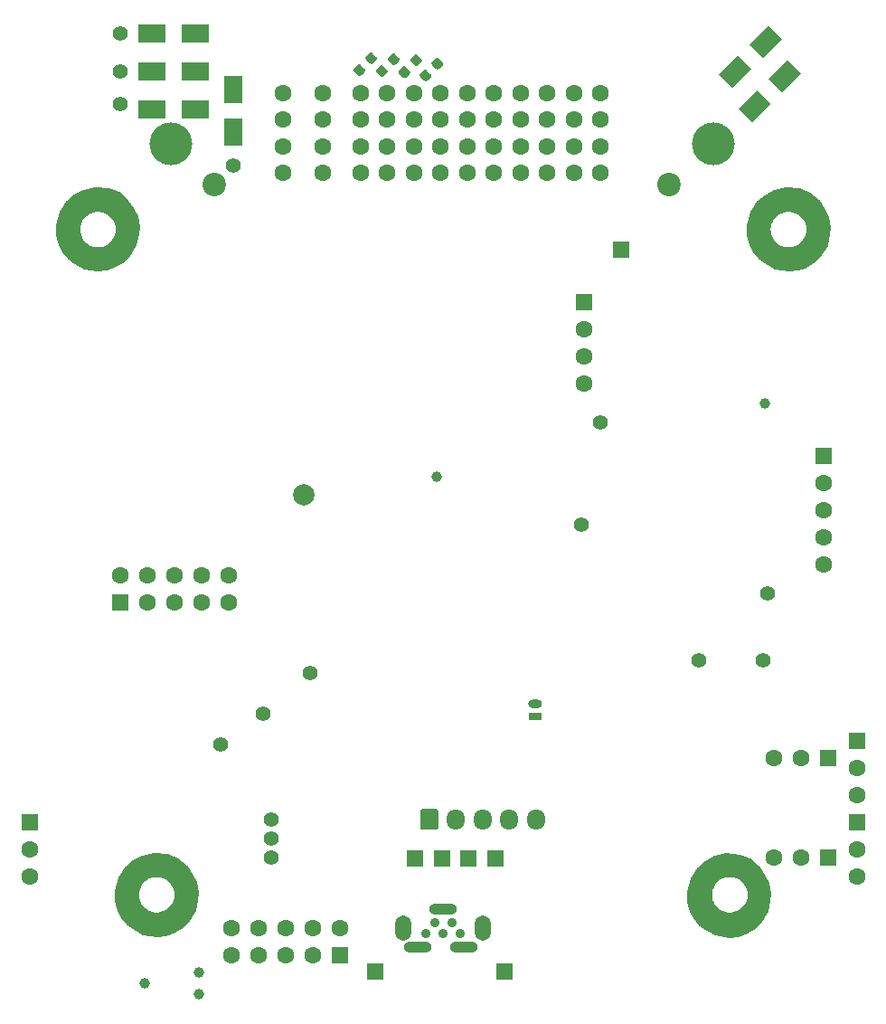
<source format=gbr>
%TF.GenerationSoftware,KiCad,Pcbnew,5.1.5+dfsg1-2build2*%
%TF.CreationDate,2021-11-11T21:07:25+01:00*%
%TF.ProjectId,micro_rusEFI,6d696372-6f5f-4727-9573-4546492e6b69,R0.5.4*%
%TF.SameCoordinates,Original*%
%TF.FileFunction,Soldermask,Bot*%
%TF.FilePolarity,Negative*%
%FSLAX46Y46*%
G04 Gerber Fmt 4.6, Leading zero omitted, Abs format (unit mm)*
G04 Created by KiCad (PCBNEW 5.1.5+dfsg1-2build2) date 2021-11-11 21:07:25*
%MOMM*%
%LPD*%
G04 APERTURE LIST*
%ADD10O,1.700152X1.950152*%
%ADD11C,0.100000*%
%ADD12O,2.616352X1.016152*%
%ADD13C,0.889152*%
%ADD14O,1.500152X2.380152*%
%ADD15C,1.400152*%
%ADD16R,2.500152X1.800152*%
%ADD17R,1.800152X2.500152*%
%ADD18C,2.000152*%
%ADD19C,0.990752*%
%ADD20C,1.000000*%
%ADD21R,1.600152X1.600152*%
%ADD22C,1.600152*%
%ADD23C,4.000152*%
%ADD24C,2.200152*%
%ADD25R,1.300152X0.800152*%
%ADD26O,1.300152X0.800152*%
%ADD27R,1.524152X1.524152*%
%ADD28C,0.254000*%
G04 APERTURE END LIST*
D10*
X69629040Y-97551240D03*
X67129040Y-97551240D03*
X64629040Y-97551240D03*
X62129040Y-97551240D03*
D11*
G36*
X60253691Y-96577367D02*
G01*
X60277951Y-96580966D01*
X60301743Y-96586926D01*
X60324835Y-96595188D01*
X60347006Y-96605674D01*
X60368043Y-96618283D01*
X60387743Y-96632894D01*
X60405916Y-96649364D01*
X60422386Y-96667537D01*
X60436997Y-96687237D01*
X60449606Y-96708274D01*
X60460092Y-96730445D01*
X60468354Y-96753537D01*
X60474314Y-96777329D01*
X60477913Y-96801589D01*
X60479116Y-96826086D01*
X60479116Y-98276394D01*
X60477913Y-98300891D01*
X60474314Y-98325151D01*
X60468354Y-98348943D01*
X60460092Y-98372035D01*
X60449606Y-98394206D01*
X60436997Y-98415243D01*
X60422386Y-98434943D01*
X60405916Y-98453116D01*
X60387743Y-98469586D01*
X60368043Y-98484197D01*
X60347006Y-98496806D01*
X60324835Y-98507292D01*
X60301743Y-98515554D01*
X60277951Y-98521514D01*
X60253691Y-98525113D01*
X60229194Y-98526316D01*
X59028886Y-98526316D01*
X59004389Y-98525113D01*
X58980129Y-98521514D01*
X58956337Y-98515554D01*
X58933245Y-98507292D01*
X58911074Y-98496806D01*
X58890037Y-98484197D01*
X58870337Y-98469586D01*
X58852164Y-98453116D01*
X58835694Y-98434943D01*
X58821083Y-98415243D01*
X58808474Y-98394206D01*
X58797988Y-98372035D01*
X58789726Y-98348943D01*
X58783766Y-98325151D01*
X58780167Y-98300891D01*
X58778964Y-98276394D01*
X58778964Y-96826086D01*
X58780167Y-96801589D01*
X58783766Y-96777329D01*
X58789726Y-96753537D01*
X58797988Y-96730445D01*
X58808474Y-96708274D01*
X58821083Y-96687237D01*
X58835694Y-96667537D01*
X58852164Y-96649364D01*
X58870337Y-96632894D01*
X58890037Y-96618283D01*
X58911074Y-96605674D01*
X58933245Y-96595188D01*
X58956337Y-96586926D01*
X58980129Y-96580966D01*
X59004389Y-96577367D01*
X59028886Y-96576164D01*
X60229194Y-96576164D01*
X60253691Y-96577367D01*
G37*
D12*
X58534600Y-109471400D03*
X62834600Y-109471400D03*
X60934600Y-105971400D03*
D13*
X59334600Y-108221400D03*
X60134600Y-107221400D03*
X60934600Y-108221400D03*
X61734600Y-107221400D03*
X62534600Y-108221400D03*
D14*
X57234600Y-107721400D03*
X64634600Y-107721400D03*
D15*
X91350000Y-76400000D03*
X75650000Y-60400000D03*
D11*
G36*
X60394928Y-26246337D02*
G01*
X60416166Y-26249487D01*
X60436994Y-26254704D01*
X60457210Y-26261937D01*
X60476619Y-26271117D01*
X60495035Y-26282155D01*
X60512281Y-26294946D01*
X60528189Y-26309365D01*
X60890635Y-26671811D01*
X60905054Y-26687719D01*
X60917845Y-26704965D01*
X60928883Y-26723381D01*
X60938063Y-26742790D01*
X60945296Y-26763006D01*
X60950513Y-26783834D01*
X60953663Y-26805072D01*
X60954717Y-26826517D01*
X60953663Y-26847962D01*
X60950513Y-26869200D01*
X60945296Y-26890028D01*
X60938063Y-26910244D01*
X60928883Y-26929653D01*
X60917845Y-26948069D01*
X60905054Y-26965315D01*
X60890635Y-26981223D01*
X60581223Y-27290635D01*
X60565315Y-27305054D01*
X60548069Y-27317845D01*
X60529653Y-27328883D01*
X60510244Y-27338063D01*
X60490028Y-27345296D01*
X60469200Y-27350513D01*
X60447962Y-27353663D01*
X60426517Y-27354717D01*
X60405072Y-27353663D01*
X60383834Y-27350513D01*
X60363006Y-27345296D01*
X60342790Y-27338063D01*
X60323381Y-27328883D01*
X60304965Y-27317845D01*
X60287719Y-27305054D01*
X60271811Y-27290635D01*
X59909365Y-26928189D01*
X59894946Y-26912281D01*
X59882155Y-26895035D01*
X59871117Y-26876619D01*
X59861937Y-26857210D01*
X59854704Y-26836994D01*
X59849487Y-26816166D01*
X59846337Y-26794928D01*
X59845283Y-26773483D01*
X59846337Y-26752038D01*
X59849487Y-26730800D01*
X59854704Y-26709972D01*
X59861937Y-26689756D01*
X59871117Y-26670347D01*
X59882155Y-26651931D01*
X59894946Y-26634685D01*
X59909365Y-26618777D01*
X60218777Y-26309365D01*
X60234685Y-26294946D01*
X60251931Y-26282155D01*
X60270347Y-26271117D01*
X60289756Y-26261937D01*
X60309972Y-26254704D01*
X60330800Y-26249487D01*
X60352038Y-26246337D01*
X60373483Y-26245283D01*
X60394928Y-26246337D01*
G37*
G36*
X59281234Y-27360031D02*
G01*
X59302472Y-27363181D01*
X59323300Y-27368398D01*
X59343516Y-27375631D01*
X59362925Y-27384811D01*
X59381341Y-27395849D01*
X59398587Y-27408640D01*
X59414495Y-27423059D01*
X59776941Y-27785505D01*
X59791360Y-27801413D01*
X59804151Y-27818659D01*
X59815189Y-27837075D01*
X59824369Y-27856484D01*
X59831602Y-27876700D01*
X59836819Y-27897528D01*
X59839969Y-27918766D01*
X59841023Y-27940211D01*
X59839969Y-27961656D01*
X59836819Y-27982894D01*
X59831602Y-28003722D01*
X59824369Y-28023938D01*
X59815189Y-28043347D01*
X59804151Y-28061763D01*
X59791360Y-28079009D01*
X59776941Y-28094917D01*
X59467529Y-28404329D01*
X59451621Y-28418748D01*
X59434375Y-28431539D01*
X59415959Y-28442577D01*
X59396550Y-28451757D01*
X59376334Y-28458990D01*
X59355506Y-28464207D01*
X59334268Y-28467357D01*
X59312823Y-28468411D01*
X59291378Y-28467357D01*
X59270140Y-28464207D01*
X59249312Y-28458990D01*
X59229096Y-28451757D01*
X59209687Y-28442577D01*
X59191271Y-28431539D01*
X59174025Y-28418748D01*
X59158117Y-28404329D01*
X58795671Y-28041883D01*
X58781252Y-28025975D01*
X58768461Y-28008729D01*
X58757423Y-27990313D01*
X58748243Y-27970904D01*
X58741010Y-27950688D01*
X58735793Y-27929860D01*
X58732643Y-27908622D01*
X58731589Y-27887177D01*
X58732643Y-27865732D01*
X58735793Y-27844494D01*
X58741010Y-27823666D01*
X58748243Y-27803450D01*
X58757423Y-27784041D01*
X58768461Y-27765625D01*
X58781252Y-27748379D01*
X58795671Y-27732471D01*
X59105083Y-27423059D01*
X59120991Y-27408640D01*
X59138237Y-27395849D01*
X59156653Y-27384811D01*
X59176062Y-27375631D01*
X59196278Y-27368398D01*
X59217106Y-27363181D01*
X59238344Y-27360031D01*
X59259789Y-27358977D01*
X59281234Y-27360031D01*
G37*
G36*
X58394928Y-25946337D02*
G01*
X58416166Y-25949487D01*
X58436994Y-25954704D01*
X58457210Y-25961937D01*
X58476619Y-25971117D01*
X58495035Y-25982155D01*
X58512281Y-25994946D01*
X58528189Y-26009365D01*
X58890635Y-26371811D01*
X58905054Y-26387719D01*
X58917845Y-26404965D01*
X58928883Y-26423381D01*
X58938063Y-26442790D01*
X58945296Y-26463006D01*
X58950513Y-26483834D01*
X58953663Y-26505072D01*
X58954717Y-26526517D01*
X58953663Y-26547962D01*
X58950513Y-26569200D01*
X58945296Y-26590028D01*
X58938063Y-26610244D01*
X58928883Y-26629653D01*
X58917845Y-26648069D01*
X58905054Y-26665315D01*
X58890635Y-26681223D01*
X58581223Y-26990635D01*
X58565315Y-27005054D01*
X58548069Y-27017845D01*
X58529653Y-27028883D01*
X58510244Y-27038063D01*
X58490028Y-27045296D01*
X58469200Y-27050513D01*
X58447962Y-27053663D01*
X58426517Y-27054717D01*
X58405072Y-27053663D01*
X58383834Y-27050513D01*
X58363006Y-27045296D01*
X58342790Y-27038063D01*
X58323381Y-27028883D01*
X58304965Y-27017845D01*
X58287719Y-27005054D01*
X58271811Y-26990635D01*
X57909365Y-26628189D01*
X57894946Y-26612281D01*
X57882155Y-26595035D01*
X57871117Y-26576619D01*
X57861937Y-26557210D01*
X57854704Y-26536994D01*
X57849487Y-26516166D01*
X57846337Y-26494928D01*
X57845283Y-26473483D01*
X57846337Y-26452038D01*
X57849487Y-26430800D01*
X57854704Y-26409972D01*
X57861937Y-26389756D01*
X57871117Y-26370347D01*
X57882155Y-26351931D01*
X57894946Y-26334685D01*
X57909365Y-26318777D01*
X58218777Y-26009365D01*
X58234685Y-25994946D01*
X58251931Y-25982155D01*
X58270347Y-25971117D01*
X58289756Y-25961937D01*
X58309972Y-25954704D01*
X58330800Y-25949487D01*
X58352038Y-25946337D01*
X58373483Y-25945283D01*
X58394928Y-25946337D01*
G37*
G36*
X57281234Y-27060031D02*
G01*
X57302472Y-27063181D01*
X57323300Y-27068398D01*
X57343516Y-27075631D01*
X57362925Y-27084811D01*
X57381341Y-27095849D01*
X57398587Y-27108640D01*
X57414495Y-27123059D01*
X57776941Y-27485505D01*
X57791360Y-27501413D01*
X57804151Y-27518659D01*
X57815189Y-27537075D01*
X57824369Y-27556484D01*
X57831602Y-27576700D01*
X57836819Y-27597528D01*
X57839969Y-27618766D01*
X57841023Y-27640211D01*
X57839969Y-27661656D01*
X57836819Y-27682894D01*
X57831602Y-27703722D01*
X57824369Y-27723938D01*
X57815189Y-27743347D01*
X57804151Y-27761763D01*
X57791360Y-27779009D01*
X57776941Y-27794917D01*
X57467529Y-28104329D01*
X57451621Y-28118748D01*
X57434375Y-28131539D01*
X57415959Y-28142577D01*
X57396550Y-28151757D01*
X57376334Y-28158990D01*
X57355506Y-28164207D01*
X57334268Y-28167357D01*
X57312823Y-28168411D01*
X57291378Y-28167357D01*
X57270140Y-28164207D01*
X57249312Y-28158990D01*
X57229096Y-28151757D01*
X57209687Y-28142577D01*
X57191271Y-28131539D01*
X57174025Y-28118748D01*
X57158117Y-28104329D01*
X56795671Y-27741883D01*
X56781252Y-27725975D01*
X56768461Y-27708729D01*
X56757423Y-27690313D01*
X56748243Y-27670904D01*
X56741010Y-27650688D01*
X56735793Y-27629860D01*
X56732643Y-27608622D01*
X56731589Y-27587177D01*
X56732643Y-27565732D01*
X56735793Y-27544494D01*
X56741010Y-27523666D01*
X56748243Y-27503450D01*
X56757423Y-27484041D01*
X56768461Y-27465625D01*
X56781252Y-27448379D01*
X56795671Y-27432471D01*
X57105083Y-27123059D01*
X57120991Y-27108640D01*
X57138237Y-27095849D01*
X57156653Y-27084811D01*
X57176062Y-27075631D01*
X57196278Y-27068398D01*
X57217106Y-27063181D01*
X57238344Y-27060031D01*
X57259789Y-27058977D01*
X57281234Y-27060031D01*
G37*
G36*
X54194928Y-25746337D02*
G01*
X54216166Y-25749487D01*
X54236994Y-25754704D01*
X54257210Y-25761937D01*
X54276619Y-25771117D01*
X54295035Y-25782155D01*
X54312281Y-25794946D01*
X54328189Y-25809365D01*
X54690635Y-26171811D01*
X54705054Y-26187719D01*
X54717845Y-26204965D01*
X54728883Y-26223381D01*
X54738063Y-26242790D01*
X54745296Y-26263006D01*
X54750513Y-26283834D01*
X54753663Y-26305072D01*
X54754717Y-26326517D01*
X54753663Y-26347962D01*
X54750513Y-26369200D01*
X54745296Y-26390028D01*
X54738063Y-26410244D01*
X54728883Y-26429653D01*
X54717845Y-26448069D01*
X54705054Y-26465315D01*
X54690635Y-26481223D01*
X54381223Y-26790635D01*
X54365315Y-26805054D01*
X54348069Y-26817845D01*
X54329653Y-26828883D01*
X54310244Y-26838063D01*
X54290028Y-26845296D01*
X54269200Y-26850513D01*
X54247962Y-26853663D01*
X54226517Y-26854717D01*
X54205072Y-26853663D01*
X54183834Y-26850513D01*
X54163006Y-26845296D01*
X54142790Y-26838063D01*
X54123381Y-26828883D01*
X54104965Y-26817845D01*
X54087719Y-26805054D01*
X54071811Y-26790635D01*
X53709365Y-26428189D01*
X53694946Y-26412281D01*
X53682155Y-26395035D01*
X53671117Y-26376619D01*
X53661937Y-26357210D01*
X53654704Y-26336994D01*
X53649487Y-26316166D01*
X53646337Y-26294928D01*
X53645283Y-26273483D01*
X53646337Y-26252038D01*
X53649487Y-26230800D01*
X53654704Y-26209972D01*
X53661937Y-26189756D01*
X53671117Y-26170347D01*
X53682155Y-26151931D01*
X53694946Y-26134685D01*
X53709365Y-26118777D01*
X54018777Y-25809365D01*
X54034685Y-25794946D01*
X54051931Y-25782155D01*
X54070347Y-25771117D01*
X54089756Y-25761937D01*
X54109972Y-25754704D01*
X54130800Y-25749487D01*
X54152038Y-25746337D01*
X54173483Y-25745283D01*
X54194928Y-25746337D01*
G37*
G36*
X53081234Y-26860031D02*
G01*
X53102472Y-26863181D01*
X53123300Y-26868398D01*
X53143516Y-26875631D01*
X53162925Y-26884811D01*
X53181341Y-26895849D01*
X53198587Y-26908640D01*
X53214495Y-26923059D01*
X53576941Y-27285505D01*
X53591360Y-27301413D01*
X53604151Y-27318659D01*
X53615189Y-27337075D01*
X53624369Y-27356484D01*
X53631602Y-27376700D01*
X53636819Y-27397528D01*
X53639969Y-27418766D01*
X53641023Y-27440211D01*
X53639969Y-27461656D01*
X53636819Y-27482894D01*
X53631602Y-27503722D01*
X53624369Y-27523938D01*
X53615189Y-27543347D01*
X53604151Y-27561763D01*
X53591360Y-27579009D01*
X53576941Y-27594917D01*
X53267529Y-27904329D01*
X53251621Y-27918748D01*
X53234375Y-27931539D01*
X53215959Y-27942577D01*
X53196550Y-27951757D01*
X53176334Y-27958990D01*
X53155506Y-27964207D01*
X53134268Y-27967357D01*
X53112823Y-27968411D01*
X53091378Y-27967357D01*
X53070140Y-27964207D01*
X53049312Y-27958990D01*
X53029096Y-27951757D01*
X53009687Y-27942577D01*
X52991271Y-27931539D01*
X52974025Y-27918748D01*
X52958117Y-27904329D01*
X52595671Y-27541883D01*
X52581252Y-27525975D01*
X52568461Y-27508729D01*
X52557423Y-27490313D01*
X52548243Y-27470904D01*
X52541010Y-27450688D01*
X52535793Y-27429860D01*
X52532643Y-27408622D01*
X52531589Y-27387177D01*
X52532643Y-27365732D01*
X52535793Y-27344494D01*
X52541010Y-27323666D01*
X52548243Y-27303450D01*
X52557423Y-27284041D01*
X52568461Y-27265625D01*
X52581252Y-27248379D01*
X52595671Y-27232471D01*
X52905083Y-26923059D01*
X52920991Y-26908640D01*
X52938237Y-26895849D01*
X52956653Y-26884811D01*
X52976062Y-26875631D01*
X52996278Y-26868398D01*
X53017106Y-26863181D01*
X53038344Y-26860031D01*
X53059789Y-26858977D01*
X53081234Y-26860031D01*
G37*
G36*
X56294928Y-25846337D02*
G01*
X56316166Y-25849487D01*
X56336994Y-25854704D01*
X56357210Y-25861937D01*
X56376619Y-25871117D01*
X56395035Y-25882155D01*
X56412281Y-25894946D01*
X56428189Y-25909365D01*
X56790635Y-26271811D01*
X56805054Y-26287719D01*
X56817845Y-26304965D01*
X56828883Y-26323381D01*
X56838063Y-26342790D01*
X56845296Y-26363006D01*
X56850513Y-26383834D01*
X56853663Y-26405072D01*
X56854717Y-26426517D01*
X56853663Y-26447962D01*
X56850513Y-26469200D01*
X56845296Y-26490028D01*
X56838063Y-26510244D01*
X56828883Y-26529653D01*
X56817845Y-26548069D01*
X56805054Y-26565315D01*
X56790635Y-26581223D01*
X56481223Y-26890635D01*
X56465315Y-26905054D01*
X56448069Y-26917845D01*
X56429653Y-26928883D01*
X56410244Y-26938063D01*
X56390028Y-26945296D01*
X56369200Y-26950513D01*
X56347962Y-26953663D01*
X56326517Y-26954717D01*
X56305072Y-26953663D01*
X56283834Y-26950513D01*
X56263006Y-26945296D01*
X56242790Y-26938063D01*
X56223381Y-26928883D01*
X56204965Y-26917845D01*
X56187719Y-26905054D01*
X56171811Y-26890635D01*
X55809365Y-26528189D01*
X55794946Y-26512281D01*
X55782155Y-26495035D01*
X55771117Y-26476619D01*
X55761937Y-26457210D01*
X55754704Y-26436994D01*
X55749487Y-26416166D01*
X55746337Y-26394928D01*
X55745283Y-26373483D01*
X55746337Y-26352038D01*
X55749487Y-26330800D01*
X55754704Y-26309972D01*
X55761937Y-26289756D01*
X55771117Y-26270347D01*
X55782155Y-26251931D01*
X55794946Y-26234685D01*
X55809365Y-26218777D01*
X56118777Y-25909365D01*
X56134685Y-25894946D01*
X56151931Y-25882155D01*
X56170347Y-25871117D01*
X56189756Y-25861937D01*
X56209972Y-25854704D01*
X56230800Y-25849487D01*
X56252038Y-25846337D01*
X56273483Y-25845283D01*
X56294928Y-25846337D01*
G37*
G36*
X55181234Y-26960031D02*
G01*
X55202472Y-26963181D01*
X55223300Y-26968398D01*
X55243516Y-26975631D01*
X55262925Y-26984811D01*
X55281341Y-26995849D01*
X55298587Y-27008640D01*
X55314495Y-27023059D01*
X55676941Y-27385505D01*
X55691360Y-27401413D01*
X55704151Y-27418659D01*
X55715189Y-27437075D01*
X55724369Y-27456484D01*
X55731602Y-27476700D01*
X55736819Y-27497528D01*
X55739969Y-27518766D01*
X55741023Y-27540211D01*
X55739969Y-27561656D01*
X55736819Y-27582894D01*
X55731602Y-27603722D01*
X55724369Y-27623938D01*
X55715189Y-27643347D01*
X55704151Y-27661763D01*
X55691360Y-27679009D01*
X55676941Y-27694917D01*
X55367529Y-28004329D01*
X55351621Y-28018748D01*
X55334375Y-28031539D01*
X55315959Y-28042577D01*
X55296550Y-28051757D01*
X55276334Y-28058990D01*
X55255506Y-28064207D01*
X55234268Y-28067357D01*
X55212823Y-28068411D01*
X55191378Y-28067357D01*
X55170140Y-28064207D01*
X55149312Y-28058990D01*
X55129096Y-28051757D01*
X55109687Y-28042577D01*
X55091271Y-28031539D01*
X55074025Y-28018748D01*
X55058117Y-28004329D01*
X54695671Y-27641883D01*
X54681252Y-27625975D01*
X54668461Y-27608729D01*
X54657423Y-27590313D01*
X54648243Y-27570904D01*
X54641010Y-27550688D01*
X54635793Y-27529860D01*
X54632643Y-27508622D01*
X54631589Y-27487177D01*
X54632643Y-27465732D01*
X54635793Y-27444494D01*
X54641010Y-27423666D01*
X54648243Y-27403450D01*
X54657423Y-27384041D01*
X54668461Y-27365625D01*
X54681252Y-27348379D01*
X54695671Y-27332471D01*
X55005083Y-27023059D01*
X55020991Y-27008640D01*
X55038237Y-26995849D01*
X55056653Y-26984811D01*
X55076062Y-26975631D01*
X55096278Y-26968398D01*
X55117106Y-26963181D01*
X55138344Y-26960031D01*
X55159789Y-26958977D01*
X55181234Y-26960031D01*
G37*
D15*
X30734000Y-27559000D03*
X30734000Y-24003000D03*
D16*
X33687000Y-24003000D03*
X37687000Y-24003000D03*
X33687000Y-27559000D03*
X37687000Y-27559000D03*
D15*
X30734000Y-30607000D03*
X41275000Y-36322000D03*
D17*
X41275000Y-33242000D03*
X41275000Y-29242000D03*
D16*
X33687000Y-31115000D03*
X37687000Y-31115000D03*
D18*
X47879000Y-67183000D03*
D19*
X38100000Y-111887000D03*
X38100000Y-113919000D03*
X33020000Y-112903000D03*
D11*
G36*
X90347487Y-29279613D02*
G01*
X91620387Y-30552513D01*
X89852513Y-32320387D01*
X88579613Y-31047487D01*
X90347487Y-29279613D01*
G37*
G36*
X93175915Y-26451185D02*
G01*
X94448815Y-27724085D01*
X92680941Y-29491959D01*
X91408041Y-28219059D01*
X93175915Y-26451185D01*
G37*
G36*
X88546073Y-26055827D02*
G01*
X89818973Y-27328727D01*
X88051099Y-29096601D01*
X86778199Y-27823701D01*
X88546073Y-26055827D01*
G37*
G36*
X91374501Y-23227399D02*
G01*
X92647401Y-24500299D01*
X90879527Y-26268173D01*
X89606627Y-24995273D01*
X91374501Y-23227399D01*
G37*
D20*
X91084400Y-58648600D03*
X60350000Y-65450000D03*
D21*
X58311000Y-101240000D03*
X60811000Y-101240000D03*
D15*
X73900400Y-69999260D03*
X48475000Y-83819400D03*
X44792000Y-101091400D03*
X44792000Y-99313400D03*
X44792000Y-97535400D03*
X40093000Y-90550400D03*
X44030000Y-87629400D03*
D22*
X48698520Y-107718260D03*
X46158520Y-107718260D03*
X41078520Y-107718260D03*
X41078520Y-110258260D03*
X46158520Y-110258260D03*
X43618520Y-110258260D03*
X48698520Y-110258260D03*
X43618520Y-107718260D03*
X51238520Y-107718260D03*
D21*
X51238520Y-110258260D03*
D22*
X75674200Y-29567600D03*
X75674200Y-32067600D03*
X75674200Y-34567600D03*
X75674200Y-37067600D03*
X73174200Y-29567600D03*
X73174200Y-32067600D03*
X73174200Y-34567600D03*
X73174200Y-37067600D03*
X70674200Y-29567600D03*
X70674200Y-32067600D03*
X70674200Y-34567600D03*
X70674200Y-37067600D03*
X68174200Y-29567600D03*
X68174200Y-32067600D03*
X68174200Y-34567600D03*
X68174200Y-37067600D03*
X65674200Y-29567600D03*
X65674200Y-32067600D03*
X65674200Y-34567600D03*
X65674200Y-37067600D03*
X63174200Y-29567600D03*
X63174200Y-32067600D03*
X63174200Y-34567600D03*
X63174200Y-37067600D03*
X60674200Y-29567600D03*
X60674200Y-32067600D03*
X60674200Y-34567600D03*
X60674200Y-37067600D03*
X58174200Y-29567600D03*
X58174200Y-32067600D03*
X58174200Y-34567600D03*
X58174200Y-37067600D03*
X55674200Y-29567600D03*
X55674200Y-32067600D03*
X55674200Y-34567600D03*
X55674200Y-37067600D03*
X53174200Y-29567600D03*
X53174200Y-32067600D03*
X53174200Y-34567600D03*
X53174200Y-37067600D03*
X49674200Y-29567600D03*
X49674200Y-32067600D03*
X49674200Y-34567600D03*
X49674200Y-37067600D03*
X45974200Y-29567600D03*
X45974200Y-32067600D03*
X45974200Y-34567600D03*
X45974200Y-37067600D03*
D23*
X35424200Y-34317600D03*
X86224200Y-34317600D03*
D24*
X39524200Y-38167600D03*
X82124200Y-38167600D03*
D21*
X22211400Y-97789400D03*
D22*
X22211400Y-100329400D03*
X22211400Y-102869400D03*
D21*
X54596400Y-111759400D03*
X66661400Y-111759400D03*
X99681400Y-97789400D03*
D22*
X99681400Y-100329400D03*
X99681400Y-102869400D03*
D21*
X99681400Y-90169400D03*
D22*
X99681400Y-92709400D03*
X99681400Y-95249400D03*
D21*
X97014400Y-101091400D03*
D22*
X94474400Y-101091400D03*
X91934400Y-101091400D03*
D21*
X97014400Y-91820400D03*
D22*
X94474400Y-91820400D03*
X91934400Y-91820400D03*
D21*
X96525450Y-63499400D03*
D22*
X96525450Y-66039400D03*
X96525450Y-68579400D03*
X96525450Y-71119400D03*
X96525450Y-73659400D03*
D21*
X30733100Y-77215400D03*
D22*
X33273100Y-77215400D03*
X35813100Y-77215400D03*
X38353100Y-77215400D03*
X40893100Y-77215400D03*
X30733100Y-74675400D03*
X33273100Y-74675400D03*
X35813100Y-74675400D03*
X38353100Y-74675400D03*
X40893100Y-74675400D03*
D25*
X69557000Y-87934200D03*
D26*
X69557000Y-86689600D03*
D21*
X77558000Y-44246200D03*
D22*
X74103600Y-54225809D03*
X74103600Y-51685809D03*
X74103600Y-56765809D03*
D21*
X74103600Y-49145809D03*
D27*
X63311000Y-101240000D03*
X65811000Y-101240000D03*
D15*
X84851000Y-82651000D03*
X90851000Y-82651000D03*
D28*
G36*
X94312231Y-38561406D02*
G01*
X95199053Y-38953257D01*
X96027416Y-39665991D01*
X96519370Y-40342429D01*
X96889068Y-41143441D01*
X97090185Y-42107310D01*
X97029363Y-42715536D01*
X96799219Y-43766505D01*
X96229245Y-44683621D01*
X95554189Y-45363118D01*
X94751640Y-45795260D01*
X94141995Y-46039118D01*
X93223255Y-46100367D01*
X91991250Y-45915567D01*
X91021466Y-45343642D01*
X90577533Y-44994243D01*
X90085289Y-44378938D01*
X89734195Y-43748715D01*
X89489109Y-42890915D01*
X89489109Y-42301200D01*
X91439099Y-42301200D01*
X91459100Y-42568090D01*
X91518655Y-42829018D01*
X91616434Y-43078156D01*
X91750253Y-43309937D01*
X91917123Y-43519185D01*
X92113316Y-43701226D01*
X92334449Y-43851992D01*
X92575583Y-43968116D01*
X92831331Y-44047003D01*
X93095980Y-44086893D01*
X93363618Y-44086893D01*
X93628267Y-44047003D01*
X93884015Y-43968116D01*
X94125149Y-43851992D01*
X94346282Y-43701226D01*
X94542475Y-43519185D01*
X94709345Y-43309937D01*
X94843164Y-43078156D01*
X94940943Y-42829018D01*
X95000498Y-42568090D01*
X95020499Y-42301200D01*
X95000498Y-42034310D01*
X94940943Y-41773382D01*
X94843164Y-41524244D01*
X94709345Y-41292463D01*
X94542475Y-41083215D01*
X94346282Y-40901174D01*
X94125149Y-40750408D01*
X93884015Y-40634284D01*
X93628267Y-40555397D01*
X93363618Y-40515507D01*
X93095980Y-40515507D01*
X92831331Y-40555397D01*
X92575583Y-40634284D01*
X92334449Y-40750408D01*
X92113316Y-40901174D01*
X91917123Y-41083215D01*
X91750253Y-41292463D01*
X91616434Y-41524244D01*
X91518655Y-41773382D01*
X91459100Y-42034310D01*
X91439099Y-42301200D01*
X89489109Y-42301200D01*
X89489109Y-41908338D01*
X89797578Y-40674461D01*
X90409652Y-39744108D01*
X91084711Y-39204062D01*
X91949127Y-38710109D01*
X92991753Y-38464785D01*
X94312231Y-38561406D01*
G37*
X94312231Y-38561406D02*
X95199053Y-38953257D01*
X96027416Y-39665991D01*
X96519370Y-40342429D01*
X96889068Y-41143441D01*
X97090185Y-42107310D01*
X97029363Y-42715536D01*
X96799219Y-43766505D01*
X96229245Y-44683621D01*
X95554189Y-45363118D01*
X94751640Y-45795260D01*
X94141995Y-46039118D01*
X93223255Y-46100367D01*
X91991250Y-45915567D01*
X91021466Y-45343642D01*
X90577533Y-44994243D01*
X90085289Y-44378938D01*
X89734195Y-43748715D01*
X89489109Y-42890915D01*
X89489109Y-42301200D01*
X91439099Y-42301200D01*
X91459100Y-42568090D01*
X91518655Y-42829018D01*
X91616434Y-43078156D01*
X91750253Y-43309937D01*
X91917123Y-43519185D01*
X92113316Y-43701226D01*
X92334449Y-43851992D01*
X92575583Y-43968116D01*
X92831331Y-44047003D01*
X93095980Y-44086893D01*
X93363618Y-44086893D01*
X93628267Y-44047003D01*
X93884015Y-43968116D01*
X94125149Y-43851992D01*
X94346282Y-43701226D01*
X94542475Y-43519185D01*
X94709345Y-43309937D01*
X94843164Y-43078156D01*
X94940943Y-42829018D01*
X95000498Y-42568090D01*
X95020499Y-42301200D01*
X95000498Y-42034310D01*
X94940943Y-41773382D01*
X94843164Y-41524244D01*
X94709345Y-41292463D01*
X94542475Y-41083215D01*
X94346282Y-40901174D01*
X94125149Y-40750408D01*
X93884015Y-40634284D01*
X93628267Y-40555397D01*
X93363618Y-40515507D01*
X93095980Y-40515507D01*
X92831331Y-40555397D01*
X92575583Y-40634284D01*
X92334449Y-40750408D01*
X92113316Y-40901174D01*
X91917123Y-41083215D01*
X91750253Y-41292463D01*
X91616434Y-41524244D01*
X91518655Y-41773382D01*
X91459100Y-42034310D01*
X91439099Y-42301200D01*
X89489109Y-42301200D01*
X89489109Y-41908338D01*
X89797578Y-40674461D01*
X90409652Y-39744108D01*
X91084711Y-39204062D01*
X91949127Y-38710109D01*
X92991753Y-38464785D01*
X94312231Y-38561406D01*
G36*
X29604502Y-38536498D02*
G01*
X30491324Y-38928349D01*
X31319687Y-39641083D01*
X31811641Y-40317521D01*
X32181339Y-41118533D01*
X32382456Y-42082402D01*
X32321634Y-42690628D01*
X32091490Y-43741597D01*
X31521516Y-44658713D01*
X30846460Y-45338210D01*
X30043911Y-45770352D01*
X29434266Y-46014210D01*
X28515526Y-46075459D01*
X27283521Y-45890659D01*
X26313737Y-45318734D01*
X25869804Y-44969335D01*
X25377560Y-44354030D01*
X25026466Y-43723807D01*
X24781380Y-42866007D01*
X24781380Y-42301200D01*
X26770701Y-42301200D01*
X26790702Y-42568090D01*
X26850257Y-42829018D01*
X26948036Y-43078156D01*
X27081855Y-43309937D01*
X27248725Y-43519185D01*
X27444918Y-43701226D01*
X27666051Y-43851992D01*
X27907185Y-43968116D01*
X28162933Y-44047003D01*
X28427582Y-44086893D01*
X28695220Y-44086893D01*
X28959869Y-44047003D01*
X29215617Y-43968116D01*
X29456751Y-43851992D01*
X29677884Y-43701226D01*
X29874077Y-43519185D01*
X30040947Y-43309937D01*
X30174766Y-43078156D01*
X30272545Y-42829018D01*
X30332100Y-42568090D01*
X30352101Y-42301200D01*
X30332100Y-42034310D01*
X30272545Y-41773382D01*
X30174766Y-41524244D01*
X30040947Y-41292463D01*
X29874077Y-41083215D01*
X29677884Y-40901174D01*
X29456751Y-40750408D01*
X29215617Y-40634284D01*
X28959869Y-40555397D01*
X28695220Y-40515507D01*
X28427582Y-40515507D01*
X28162933Y-40555397D01*
X27907185Y-40634284D01*
X27666051Y-40750408D01*
X27444918Y-40901174D01*
X27248725Y-41083215D01*
X27081855Y-41292463D01*
X26948036Y-41524244D01*
X26850257Y-41773382D01*
X26790702Y-42034310D01*
X26770701Y-42301200D01*
X24781380Y-42301200D01*
X24781380Y-41883430D01*
X25089849Y-40649553D01*
X25701923Y-39719200D01*
X26376982Y-39179154D01*
X27241398Y-38685201D01*
X28284024Y-38439877D01*
X29604502Y-38536498D01*
G37*
X29604502Y-38536498D02*
X30491324Y-38928349D01*
X31319687Y-39641083D01*
X31811641Y-40317521D01*
X32181339Y-41118533D01*
X32382456Y-42082402D01*
X32321634Y-42690628D01*
X32091490Y-43741597D01*
X31521516Y-44658713D01*
X30846460Y-45338210D01*
X30043911Y-45770352D01*
X29434266Y-46014210D01*
X28515526Y-46075459D01*
X27283521Y-45890659D01*
X26313737Y-45318734D01*
X25869804Y-44969335D01*
X25377560Y-44354030D01*
X25026466Y-43723807D01*
X24781380Y-42866007D01*
X24781380Y-42301200D01*
X26770701Y-42301200D01*
X26790702Y-42568090D01*
X26850257Y-42829018D01*
X26948036Y-43078156D01*
X27081855Y-43309937D01*
X27248725Y-43519185D01*
X27444918Y-43701226D01*
X27666051Y-43851992D01*
X27907185Y-43968116D01*
X28162933Y-44047003D01*
X28427582Y-44086893D01*
X28695220Y-44086893D01*
X28959869Y-44047003D01*
X29215617Y-43968116D01*
X29456751Y-43851992D01*
X29677884Y-43701226D01*
X29874077Y-43519185D01*
X30040947Y-43309937D01*
X30174766Y-43078156D01*
X30272545Y-42829018D01*
X30332100Y-42568090D01*
X30352101Y-42301200D01*
X30332100Y-42034310D01*
X30272545Y-41773382D01*
X30174766Y-41524244D01*
X30040947Y-41292463D01*
X29874077Y-41083215D01*
X29677884Y-40901174D01*
X29456751Y-40750408D01*
X29215617Y-40634284D01*
X28959869Y-40555397D01*
X28695220Y-40515507D01*
X28427582Y-40515507D01*
X28162933Y-40555397D01*
X27907185Y-40634284D01*
X27666051Y-40750408D01*
X27444918Y-40901174D01*
X27248725Y-41083215D01*
X27081855Y-41292463D01*
X26948036Y-41524244D01*
X26850257Y-41773382D01*
X26790702Y-42034310D01*
X26770701Y-42301200D01*
X24781380Y-42301200D01*
X24781380Y-41883430D01*
X25089849Y-40649553D01*
X25701923Y-39719200D01*
X26376982Y-39179154D01*
X27241398Y-38685201D01*
X28284024Y-38439877D01*
X29604502Y-38536498D01*
G36*
X35130231Y-100854906D02*
G01*
X36017053Y-101246757D01*
X36845416Y-101959491D01*
X37337370Y-102635929D01*
X37707068Y-103436941D01*
X37908185Y-104400810D01*
X37847363Y-105009036D01*
X37617219Y-106060005D01*
X37047245Y-106977121D01*
X36372189Y-107656618D01*
X35569640Y-108088760D01*
X34959995Y-108332618D01*
X34041255Y-108393867D01*
X32809250Y-108209067D01*
X31839466Y-107637142D01*
X31395533Y-107287743D01*
X30903289Y-106672438D01*
X30552195Y-106042215D01*
X30307109Y-105184415D01*
X30307109Y-104569300D01*
X32269800Y-104569300D01*
X32289801Y-104836190D01*
X32349356Y-105097118D01*
X32447135Y-105346256D01*
X32580954Y-105578037D01*
X32747824Y-105787285D01*
X32944017Y-105969326D01*
X33165150Y-106120092D01*
X33406284Y-106236216D01*
X33662032Y-106315103D01*
X33926681Y-106354993D01*
X34194319Y-106354993D01*
X34458968Y-106315103D01*
X34714716Y-106236216D01*
X34955850Y-106120092D01*
X35176983Y-105969326D01*
X35373176Y-105787285D01*
X35540046Y-105578037D01*
X35673865Y-105346256D01*
X35771644Y-105097118D01*
X35831199Y-104836190D01*
X35851200Y-104569300D01*
X35831199Y-104302410D01*
X35771644Y-104041482D01*
X35673865Y-103792344D01*
X35540046Y-103560563D01*
X35373176Y-103351315D01*
X35176983Y-103169274D01*
X34955850Y-103018508D01*
X34714716Y-102902384D01*
X34458968Y-102823497D01*
X34194319Y-102783607D01*
X33926681Y-102783607D01*
X33662032Y-102823497D01*
X33406284Y-102902384D01*
X33165150Y-103018508D01*
X32944017Y-103169274D01*
X32747824Y-103351315D01*
X32580954Y-103560563D01*
X32447135Y-103792344D01*
X32349356Y-104041482D01*
X32289801Y-104302410D01*
X32269800Y-104569300D01*
X30307109Y-104569300D01*
X30307109Y-104201838D01*
X30615578Y-102967961D01*
X31227652Y-102037608D01*
X31902711Y-101497562D01*
X32767127Y-101003609D01*
X33809753Y-100758285D01*
X35130231Y-100854906D01*
G37*
X35130231Y-100854906D02*
X36017053Y-101246757D01*
X36845416Y-101959491D01*
X37337370Y-102635929D01*
X37707068Y-103436941D01*
X37908185Y-104400810D01*
X37847363Y-105009036D01*
X37617219Y-106060005D01*
X37047245Y-106977121D01*
X36372189Y-107656618D01*
X35569640Y-108088760D01*
X34959995Y-108332618D01*
X34041255Y-108393867D01*
X32809250Y-108209067D01*
X31839466Y-107637142D01*
X31395533Y-107287743D01*
X30903289Y-106672438D01*
X30552195Y-106042215D01*
X30307109Y-105184415D01*
X30307109Y-104569300D01*
X32269800Y-104569300D01*
X32289801Y-104836190D01*
X32349356Y-105097118D01*
X32447135Y-105346256D01*
X32580954Y-105578037D01*
X32747824Y-105787285D01*
X32944017Y-105969326D01*
X33165150Y-106120092D01*
X33406284Y-106236216D01*
X33662032Y-106315103D01*
X33926681Y-106354993D01*
X34194319Y-106354993D01*
X34458968Y-106315103D01*
X34714716Y-106236216D01*
X34955850Y-106120092D01*
X35176983Y-105969326D01*
X35373176Y-105787285D01*
X35540046Y-105578037D01*
X35673865Y-105346256D01*
X35771644Y-105097118D01*
X35831199Y-104836190D01*
X35851200Y-104569300D01*
X35831199Y-104302410D01*
X35771644Y-104041482D01*
X35673865Y-103792344D01*
X35540046Y-103560563D01*
X35373176Y-103351315D01*
X35176983Y-103169274D01*
X34955850Y-103018508D01*
X34714716Y-102902384D01*
X34458968Y-102823497D01*
X34194319Y-102783607D01*
X33926681Y-102783607D01*
X33662032Y-102823497D01*
X33406284Y-102902384D01*
X33165150Y-103018508D01*
X32944017Y-103169274D01*
X32747824Y-103351315D01*
X32580954Y-103560563D01*
X32447135Y-103792344D01*
X32349356Y-104041482D01*
X32289801Y-104302410D01*
X32269800Y-104569300D01*
X30307109Y-104569300D01*
X30307109Y-104201838D01*
X30615578Y-102967961D01*
X31227652Y-102037608D01*
X31902711Y-101497562D01*
X32767127Y-101003609D01*
X33809753Y-100758285D01*
X35130231Y-100854906D01*
G36*
X88724231Y-100918406D02*
G01*
X89611053Y-101310257D01*
X90439416Y-102022991D01*
X90931370Y-102699429D01*
X91301068Y-103500441D01*
X91502185Y-104464310D01*
X91441363Y-105072536D01*
X91211219Y-106123505D01*
X90641245Y-107040621D01*
X89966189Y-107720118D01*
X89163640Y-108152260D01*
X88553995Y-108396118D01*
X87635255Y-108457367D01*
X86403250Y-108272567D01*
X85433466Y-107700642D01*
X84989533Y-107351243D01*
X84497289Y-106735938D01*
X84146195Y-106105715D01*
X83901109Y-105247915D01*
X83901109Y-104569300D01*
X85940000Y-104569300D01*
X85960001Y-104836190D01*
X86019556Y-105097118D01*
X86117335Y-105346256D01*
X86251154Y-105578037D01*
X86418024Y-105787285D01*
X86614217Y-105969326D01*
X86835350Y-106120092D01*
X87076484Y-106236216D01*
X87332232Y-106315103D01*
X87596881Y-106354993D01*
X87864519Y-106354993D01*
X88129168Y-106315103D01*
X88384916Y-106236216D01*
X88626050Y-106120092D01*
X88847183Y-105969326D01*
X89043376Y-105787285D01*
X89210246Y-105578037D01*
X89344065Y-105346256D01*
X89441844Y-105097118D01*
X89501399Y-104836190D01*
X89521400Y-104569300D01*
X89501399Y-104302410D01*
X89441844Y-104041482D01*
X89344065Y-103792344D01*
X89210246Y-103560563D01*
X89043376Y-103351315D01*
X88847183Y-103169274D01*
X88626050Y-103018508D01*
X88384916Y-102902384D01*
X88129168Y-102823497D01*
X87864519Y-102783607D01*
X87596881Y-102783607D01*
X87332232Y-102823497D01*
X87076484Y-102902384D01*
X86835350Y-103018508D01*
X86614217Y-103169274D01*
X86418024Y-103351315D01*
X86251154Y-103560563D01*
X86117335Y-103792344D01*
X86019556Y-104041482D01*
X85960001Y-104302410D01*
X85940000Y-104569300D01*
X83901109Y-104569300D01*
X83901109Y-104265338D01*
X84209578Y-103031461D01*
X84821652Y-102101108D01*
X85496711Y-101561062D01*
X86361127Y-101067109D01*
X87403753Y-100821785D01*
X88724231Y-100918406D01*
G37*
X88724231Y-100918406D02*
X89611053Y-101310257D01*
X90439416Y-102022991D01*
X90931370Y-102699429D01*
X91301068Y-103500441D01*
X91502185Y-104464310D01*
X91441363Y-105072536D01*
X91211219Y-106123505D01*
X90641245Y-107040621D01*
X89966189Y-107720118D01*
X89163640Y-108152260D01*
X88553995Y-108396118D01*
X87635255Y-108457367D01*
X86403250Y-108272567D01*
X85433466Y-107700642D01*
X84989533Y-107351243D01*
X84497289Y-106735938D01*
X84146195Y-106105715D01*
X83901109Y-105247915D01*
X83901109Y-104569300D01*
X85940000Y-104569300D01*
X85960001Y-104836190D01*
X86019556Y-105097118D01*
X86117335Y-105346256D01*
X86251154Y-105578037D01*
X86418024Y-105787285D01*
X86614217Y-105969326D01*
X86835350Y-106120092D01*
X87076484Y-106236216D01*
X87332232Y-106315103D01*
X87596881Y-106354993D01*
X87864519Y-106354993D01*
X88129168Y-106315103D01*
X88384916Y-106236216D01*
X88626050Y-106120092D01*
X88847183Y-105969326D01*
X89043376Y-105787285D01*
X89210246Y-105578037D01*
X89344065Y-105346256D01*
X89441844Y-105097118D01*
X89501399Y-104836190D01*
X89521400Y-104569300D01*
X89501399Y-104302410D01*
X89441844Y-104041482D01*
X89344065Y-103792344D01*
X89210246Y-103560563D01*
X89043376Y-103351315D01*
X88847183Y-103169274D01*
X88626050Y-103018508D01*
X88384916Y-102902384D01*
X88129168Y-102823497D01*
X87864519Y-102783607D01*
X87596881Y-102783607D01*
X87332232Y-102823497D01*
X87076484Y-102902384D01*
X86835350Y-103018508D01*
X86614217Y-103169274D01*
X86418024Y-103351315D01*
X86251154Y-103560563D01*
X86117335Y-103792344D01*
X86019556Y-104041482D01*
X85960001Y-104302410D01*
X85940000Y-104569300D01*
X83901109Y-104569300D01*
X83901109Y-104265338D01*
X84209578Y-103031461D01*
X84821652Y-102101108D01*
X85496711Y-101561062D01*
X86361127Y-101067109D01*
X87403753Y-100821785D01*
X88724231Y-100918406D01*
M02*

</source>
